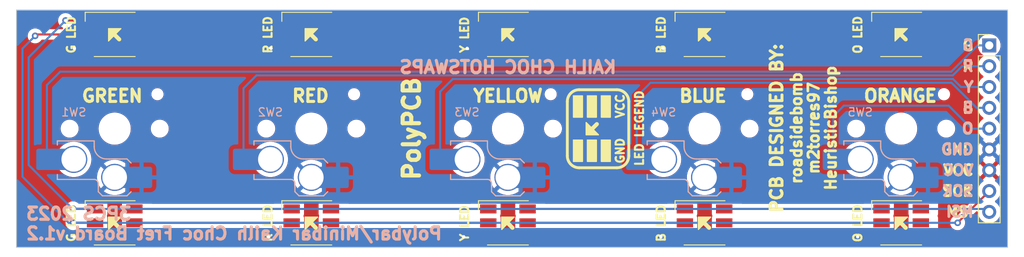
<source format=kicad_pcb>
(kicad_pcb (version 20221018) (generator pcbnew)
  (layers (0 "F.Cu" signal) (31 "B.Cu" signal) (34 "B.Paste" user) (35 "F.Paste" user) (36 "B.SilkS" user "B.Silkscreen") (37 "F.SilkS" user "F.Silkscreen") (38 "B.Mask" user) (39 "F.Mask" user) (44 "Edge.Cuts" user))
  (net 0 "")
  (net 1 "GND")
  (net 2 "Green")
  (net 3 "Red")
  (net 4 "Yellow")
  (net 5 "Blue")
  (net 6 "Orange")
  (net 7 "VCC")
  (net 8 "fret_sck")
  (net 9 "fret_mosi")
  (net 10 "Net-(L1-CO)")
  (net 11 "Net-(L1-DO)")
  (net 12 "Net-(L2-CO)")
  (net 13 "Net-(L2-DO)")
  (net 14 "Net-(L3-CO)")
  (net 15 "Net-(L3-DO)")
  (net 16 "Net-(L4-CO)")
  (net 17 "Net-(L4-DO)")
  (net 20 "Net-(U1-CO)")
  (net 21 "Net-(U1-DO)")
  (net 22 "Net-(U2-CO)")
  (net 23 "Net-(U2-DO)")
  (net 24 "Net-(U3-CO)")
  (net 25 "Net-(U3-DO)")
  (net 26 "Net-(U4-CO)")
  (net 27 "Net-(U4-DO)")
  (footprint "LED_SMD:LED_RGB_5050-6" (layer "F.Cu") (at 170 101.5)
    (fp_text reference "L5" hide)
    (fp_text value "orange_fret_led")
    (fp_line (start -3.6 -2.7) (end 2.5 -2.7) (stroke (width 0.12)) (layer "F.SilkS"))
    (fp_line (start -3.6 -1.6) (end -3.6 -2.7) (stroke (width 0.12)) (layer "F.SilkS"))
    (fp_line (start 2.5 2.7) (end -2.5 2.7) (stroke (width 0.12)) (layer "F.SilkS"))
    (pad "1" smd rect (at -2.4 -1.7 90) (size 1.1 2) (layers "F.Cu" "F.Paste" "F.Mask") (net 17 "Net-(L4-DO)"))
    (pad "2" smd rect (at -2.4 0 90) (size 1.1 2) (layers "F.Cu" "F.Paste" "F.Mask") (net 16 "Net-(L4-CO)"))
    (pad "3" smd rect (at -2.4 1.7 90) (size 1.1 2) (layers "F.Cu" "F.Paste" "F.Mask") (net 1 "GND"))
    (pad "4" smd rect (at 2.4 1.7 90) (size 1.1 2) (layers "F.Cu" "F.Paste" "F.Mask") (net 7 "VCC"))
    (pad "5" smd rect (at 2.4 0 90) (size 1.1 2) (layers "F.Cu" "F.Paste" "F.Mask"))
    (pad "6" smd rect (at 2.4 -1.7 90) (size 1.1 2) (layers "F.Cu" "F.Paste" "F.Mask"))
  )
  (footprint "LED_SMD:LED_RGB_5050-6" (layer "F.Cu") (at 98 101.5)
    (fp_text reference "L2" hide)
    (fp_text value "red_fret_led")
    (fp_line (start -3.6 -2.7) (end 2.5 -2.7) (stroke (width 0.12)) (layer "F.SilkS"))
    (fp_line (start -3.6 -1.6) (end -3.6 -2.7) (stroke (width 0.12)) (layer "F.SilkS"))
    (fp_line (start 2.5 2.7) (end -2.5 2.7) (stroke (width 0.12)) (layer "F.SilkS"))
    (pad "1" smd rect (at -2.4 -1.7 90) (size 1.1 2) (layers "F.Cu" "F.Paste" "F.Mask") (net 11 "Net-(L1-DO)"))
    (pad "2" smd rect (at -2.4 0 90) (size 1.1 2) (layers "F.Cu" "F.Paste" "F.Mask") (net 10 "Net-(L1-CO)"))
    (pad "3" smd rect (at -2.4 1.7 90) (size 1.1 2) (layers "F.Cu" "F.Paste" "F.Mask") (net 1 "GND"))
    (pad "4" smd rect (at 2.4 1.7 90) (size 1.1 2) (layers "F.Cu" "F.Paste" "F.Mask") (net 7 "VCC"))
    (pad "5" smd rect (at 2.4 0 90) (size 1.1 2) (layers "F.Cu" "F.Paste" "F.Mask") (net 12 "Net-(L2-CO)"))
    (pad "6" smd rect (at 2.4 -1.7 90) (size 1.1 2) (layers "F.Cu" "F.Paste" "F.Mask") (net 13 "Net-(L2-DO)"))
  )
  (footprint "LED_SMD:LED_RGB_5050-6" (layer "F.Cu") (at 122 101.5)
    (fp_text reference "L3" hide)
    (fp_text value "yellow_fret_led")
    (fp_line (start -3.6 -2.7) (end 2.5 -2.7) (stroke (width 0.12)) (layer "F.SilkS"))
    (fp_line (start -3.6 -1.6) (end -3.6 -2.7) (stroke (width 0.12)) (layer "F.SilkS"))
    (fp_line (start 2.5 2.7) (end -2.5 2.7) (stroke (width 0.12)) (layer "F.SilkS"))
    (pad "1" smd rect (at -2.4 -1.7 90) (size 1.1 2) (layers "F.Cu" "F.Paste" "F.Mask") (net 13 "Net-(L2-DO)"))
    (pad "2" smd rect (at -2.4 0 90) (size 1.1 2) (layers "F.Cu" "F.Paste" "F.Mask") (net 12 "Net-(L2-CO)"))
    (pad "3" smd rect (at -2.4 1.7 90) (size 1.1 2) (layers "F.Cu" "F.Paste" "F.Mask") (net 1 "GND"))
    (pad "4" smd rect (at 2.4 1.7 90) (size 1.1 2) (layers "F.Cu" "F.Paste" "F.Mask") (net 7 "VCC"))
    (pad "5" smd rect (at 2.4 0 90) (size 1.1 2) (layers "F.Cu" "F.Paste" "F.Mask") (net 14 "Net-(L3-CO)"))
    (pad "6" smd rect (at 2.4 -1.7 90) (size 1.1 2) (layers "F.Cu" "F.Paste" "F.Mask") (net 15 "Net-(L3-DO)"))
  )
  (footprint "LED_SMD:LED_RGB_5050-6" (layer "F.Cu") (at 146 101.5)
    (fp_text reference "L4" hide)
    (fp_text value "blue_fret_led")
    (fp_line (start -3.6 -2.7) (end 2.5 -2.7) (stroke (width 0.12)) (layer "F.SilkS"))
    (fp_line (start -3.6 -1.6) (end -3.6 -2.7) (stroke (width 0.12)) (layer "F.SilkS"))
    (fp_line (start 2.5 2.7) (end -2.5 2.7) (stroke (width 0.12)) (layer "F.SilkS"))
    (pad "1" smd rect (at -2.4 -1.7 90) (size 1.1 2) (layers "F.Cu" "F.Paste" "F.Mask") (net 15 "Net-(L3-DO)"))
    (pad "2" smd rect (at -2.4 0 90) (size 1.1 2) (layers "F.Cu" "F.Paste" "F.Mask") (net 14 "Net-(L3-CO)"))
    (pad "3" smd rect (at -2.4 1.7 90) (size 1.1 2) (layers "F.Cu" "F.Paste" "F.Mask") (net 1 "GND"))
    (pad "4" smd rect (at 2.4 1.7 90) (size 1.1 2) (layers "F.Cu" "F.Paste" "F.Mask") (net 7 "VCC"))
    (pad "5" smd rect (at 2.4 0 90) (size 1.1 2) (layers "F.Cu" "F.Paste" "F.Mask") (net 16 "Net-(L4-CO)"))
    (pad "6" smd rect (at 2.4 -1.7 90) (size 1.1 2) (layers "F.Cu" "F.Paste" "F.Mask") (net 17 "Net-(L4-DO)"))
  )
  (footprint "Minibar:Kailh_Hotswap_Choc" (layer "F.Cu") (at 146 90)
    (fp_text reference "SW4" (at -5 -2) (layer "B.SilkS") (effects (justify mirror)))
    (fp_text value "SW_HS")
    (fp_line (start -7 1.5) (end -7 2) (stroke (width 0.15)) (layer "B.SilkS"))
    (fp_line (start -7 5.6) (end -7 6.2) (stroke (width 0.15)) (layer "B.SilkS"))
    (fp_line (start -7 6.2) (end -2.5 6.2) (stroke (width 0.15)) (layer "B.SilkS"))
    (fp_line (start -2.5 1.5) (end -7 1.5) (stroke (width 0.15)) (layer "B.SilkS"))
    (fp_line (start -2.5 2.2) (end -2.5 1.5) (stroke (width 0.15)) (layer "B.SilkS"))
    (fp_line (start -2 6.7) (end -2 7.7) (stroke (width 0.15)) (layer "B.SilkS"))
    (fp_line (start -1.5 8.2) (end -2 7.7) (stroke (width 0.15)) (layer "B.SilkS"))
    (fp_line (start 1.5 3.7) (end -1 3.7) (stroke (width 0.15)) (layer "B.SilkS"))
    (fp_line (start 1.5 8.2) (end -1.5 8.2) (stroke (width 0.15)) (layer "B.SilkS"))
    (fp_line (start 2 4.2) (end 1.5 3.7) (stroke (width 0.15)) (layer "B.SilkS"))
    (fp_line (start 2 7.7) (end 1.5 8.2) (stroke (width 0.15)) (layer "B.SilkS"))
    (fp_arc (start -2.5 6.2) (mid -2.146447 6.346447) (end -2 6.7) (stroke (width 0.15)) (layer "B.SilkS"))
    (fp_arc (start -1 3.7) (mid -2.06066 3.26066) (end -2.5 2.2) (stroke (width 0.15)) (layer "B.SilkS"))
    (pad "" np_thru_hole circle (at -5.5 0) (size 1.7018 1.7018) (drill 1.7018) (layers "*.Cu" "*.Mask"))
    (pad "" np_thru_hole circle (at 0 0) (size 3.429 3.429) (drill 3.429) (layers "*.Cu" "*.Mask"))
    (pad "" np_thru_hole circle (at 5.22 -4.2) (size 0.9906 0.9906) (drill 0.9906) (layers "*.Cu" "*.Mask"))
    (pad "" np_thru_hole circle (at 5.5 0) (size 1.7018 1.7018) (drill 1.7018) (layers "*.Cu" "*.Mask"))
    (pad "1" thru_hole circle (at 0 5.95) (size 3.3 3.3) (drill 3) (layers "*.Cu" "*.Mask") (net 1 "GND"))
    (pad "1" smd rect (at 1.5475 5.95 180) (size 2.145 2.6) (layers "B.Cu") (net 1 "GND"))
    (pad "1" smd roundrect (at 3.275 5.95 180) (size 2.6 2.6) (layers "B.Cu" "B.Paste" "B.Mask") (roundrect_rratio 0.1) (net 1 "GND"))
    (pad "2" smd roundrect (at -8.275 3.75) (size 2.6 2.6) (layers "B.Cu" "B.Paste" "B.Mask") (roundrect_rratio 0.1) (net 5 "Blue"))
    (pad "2" smd rect (at -6.5475 3.75) (size 2.145 2.6) (layers "B.Cu") (net 5 "Blue"))
    (pad "2" thru_hole circle (at -5 3.75) (size 3.3 3.3) (drill 3) (layers "*.Cu" "*.Mask") (net 5 "Blue"))
  )
  (footprint "LED_SMD:LED_RGB_5050-6" (layer "F.Cu") (at 98 78.5)
    (fp_text reference "U2" hide)
    (fp_text value "red_fret_led")
    (fp_line (start -3.6 -2.7) (end 2.5 -2.7) (stroke (width 0.12)) (layer "F.SilkS"))
    (fp_line (start -3.6 -1.6) (end -3.6 -2.7) (stroke (width 0.12)) (layer "F.SilkS"))
    (fp_line (start 2.5 2.7) (end -2.5 2.7) (stroke (width 0.12)) (layer "F.SilkS"))
    (pad "1" smd rect (at -2.4 -1.7 90) (size 1.1 2) (layers "F.Cu" "F.Paste" "F.Mask") (net 21 "Net-(U1-DO)"))
    (pad "2" smd rect (at -2.4 0 90) (size 1.1 2) (layers "F.Cu" "F.Paste" "F.Mask") (net 20 "Net-(U1-CO)"))
    (pad "3" smd rect (at -2.4 1.7 90) (size 1.1 2) (layers "F.Cu" "F.Paste" "F.Mask") (net 1 "GND"))
    (pad "4" smd rect (at 2.4 1.7 90) (size 1.1 2) (layers "F.Cu" "F.Paste" "F.Mask") (net 7 "VCC"))
    (pad "5" smd rect (at 2.4 0 90) (size 1.1 2) (layers "F.Cu" "F.Paste" "F.Mask") (net 22 "Net-(U2-CO)"))
    (pad "6" smd rect (at 2.4 -1.7 90) (size 1.1 2) (layers "F.Cu" "F.Paste" "F.Mask") (net 23 "Net-(U2-DO)"))
  )
  (footprint "LED_SMD:LED_RGB_5050-6" (layer "F.Cu") (at 74 101.5)
    (fp_text reference "L1" hide)
    (fp_text value "green_fret_led")
    (fp_line (start -3.6 -2.7) (end 2.5 -2.7) (stroke (width 0.12)) (layer "F.SilkS"))
    (fp_line (start -3.6 -1.6) (end -3.6 -2.7) (stroke (width 0.12)) (layer "F.SilkS"))
    (fp_line (start 2.5 2.7) (end -2.5 2.7) (stroke (width 0.12)) (layer "F.SilkS"))
    (pad "1" smd rect (at -2.4 -1.7 90) (size 1.1 2) (layers "F.Cu" "F.Paste" "F.Mask") (net 9 "fret_mosi"))
    (pad "2" smd rect (at -2.4 0 90) (size 1.1 2) (layers "F.Cu" "F.Paste" "F.Mask") (net 8 "fret_sck"))
    (pad "3" smd rect (at -2.4 1.7 90) (size 1.1 2) (layers "F.Cu" "F.Paste" "F.Mask") (net 1 "GND"))
    (pad "4" smd rect (at 2.4 1.7 90) (size 1.1 2) (layers "F.Cu" "F.Paste" "F.Mask") (net 7 "VCC"))
    (pad "5" smd rect (at 2.4 0 90) (size 1.1 2) (layers "F.Cu" "F.Paste" "F.Mask") (net 10 "Net-(L1-CO)"))
    (pad "6" smd rect (at 2.4 -1.7 90) (size 1.1 2) (layers "F.Cu" "F.Paste" "F.Mask") (net 11 "Net-(L1-DO)"))
  )
  (footprint "LED_SMD:LED_RGB_5050-6" (layer "F.Cu") (at 146 78.5)
    (fp_text reference "U4" hide)
    (fp_text value "blue_fret_led")
    (fp_line (start -3.6 -2.7) (end 2.5 -2.7) (stroke (width 0.12)) (layer "F.SilkS"))
    (fp_line (start -3.6 -1.6) (end -3.6 -2.7) (stroke (width 0.12)) (layer "F.SilkS"))
    (fp_line (start 2.5 2.7) (end -2.5 2.7) (stroke (width 0.12)) (layer "F.SilkS"))
    (pad "1" smd rect (at -2.4 -1.7 90) (size 1.1 2) (layers "F.Cu" "F.Paste" "F.Mask") (net 25 "Net-(U3-DO)"))
    (pad "2" smd rect (at -2.4 0 90) (size 1.1 2) (layers "F.Cu" "F.Paste" "F.Mask") (net 24 "Net-(U3-CO)"))
    (pad "3" smd rect (at -2.4 1.7 90) (size 1.1 2) (layers "F.Cu" "F.Paste" "F.Mask") (net 1 "GND"))
    (pad "4" smd rect (at 2.4 1.7 90) (size 1.1 2) (layers "F.Cu" "F.Paste" "F.Mask") (net 7 "VCC"))
    (pad "5" smd rect (at 2.4 0 90) (size 1.1 2) (layers "F.Cu" "F.Paste" "F.Mask") (net 26 "Net-(U4-CO)"))
    (pad "6" smd rect (at 2.4 -1.7 90) (size 1.1 2) (layers "F.Cu" "F.Paste" "F.Mask") (net 27 "Net-(U4-DO)"))
  )
  (footprint "LED_SMD:LED_RGB_5050-6" (layer "F.Cu") (at 170 78.5)
    (fp_text reference "U5" hide)
    (fp_text value "orange_fret_led")
    (fp_line (start -3.6 -2.7) (end 2.5 -2.7) (stroke (width 0.12)) (layer "F.SilkS"))
    (fp_line (start -3.6 -1.6) (end -3.6 -2.7) (stroke (width 0.12)) (layer "F.SilkS"))
    (fp_line (start 2.5 2.7) (end -2.5 2.7) (stroke (width 0.12)) (layer "F.SilkS"))
    (pad "1" smd rect (at -2.4 -1.7 90) (size 1.1 2) (layers "F.Cu" "F.Paste" "F.Mask") (net 27 "Net-(U4-DO)"))
    (pad "2" smd rect (at -2.4 0 90) (size 1.1 2) (layers "F.Cu" "F.Paste" "F.Mask") (net 26 "Net-(U4-CO)"))
    (pad "3" smd rect (at -2.4 1.7 90) (size 1.1 2) (layers "F.Cu" "F.Paste" "F.Mask") (net 1 "GND"))
    (pad "4" smd rect (at 2.4 1.7 90) (size 1.1 2) (layers "F.Cu" "F.Paste" "F.Mask") (net 7 "VCC"))
    (pad "5" smd rect (at 2.4 0 90) (size 1.1 2) (layers "F.Cu" "F.Paste" "F.Mask"))
    (pad "6" smd rect (at 2.4 -1.7 90) (size 1.1 2) (layers "F.Cu" "F.Paste" "F.Mask"))
  )
  (footprint "LED_SMD:LED_RGB_5050-6" (layer "F.Cu") (at 74 78.5)
    (fp_text reference "U1" hide)
    (fp_text value "green_fret_led")
    (fp_line (start -3.6 -2.7) (end 2.5 -2.7) (stroke (width 0.12)) (layer "F.SilkS"))
    (fp_line (start -3.6 -1.6) (end -3.6 -2.7) (stroke (width 0.12)) (layer "F.SilkS"))
    (fp_line (start 2.5 2.7) (end -2.5 2.7) (stroke (width 0.12)) (layer "F.SilkS"))
    (pad "1" smd rect (at -2.4 -1.7 90) (size 1.1 2) (layers "F.Cu" "F.Paste" "F.Mask") (net 9 "fret_mosi"))
    (pad "2" smd rect (at -2.4 0 90) (size 1.1 2) (layers "F.Cu" "F.Paste" "F.Mask") (net 8 "fret_sck"))
    (pad "3" smd rect (at -2.4 1.7 90) (size 1.1 2) (layers "F.Cu" "F.Paste" "F.Mask") (net 1 "GND"))
    (pad "4" smd rect (at 2.4 1.7 90) (size 1.1 2) (layers "F.Cu" "F.Paste" "F.Mask") (net 7 "VCC"))
    (pad "5" smd rect (at 2.4 0 90) (size 1.1 2) (layers "F.Cu" "F.Paste" "F.Mask") (net 20 "Net-(U1-CO)"))
    (pad "6" smd rect (at 2.4 -1.7 90) (size 1.1 2) (layers "F.Cu" "F.Paste" "F.Mask") (net 21 "Net-(U1-DO)"))
  )
  (footprint "Minibar:Kailh_Hotswap_Choc" (layer "F.Cu") (at 122 90)
    (fp_text reference "SW3" (at -5 -2) (layer "B.SilkS") (effects (justify mirror)))
    (fp_text value "SW_HS")
    (fp_line (start -7 1.5) (end -7 2) (stroke (width 0.15)) (layer "B.SilkS"))
    (fp_line (start -7 5.6) (end -7 6.2) (stroke (width 0.15)) (layer "B.SilkS"))
    (fp_line (start -7 6.2) (end -2.5 6.2) (stroke (width 0.15)) (layer "B.SilkS"))
    (fp_line (start -2.5 1.5) (end -7 1.5) (stroke (width 0.15)) (layer "B.SilkS"))
    (fp_line (start -2.5 2.2) (end -2.5 1.5) (stroke (width 0.15)) (layer "B.SilkS"))
    (fp_line (start -2 6.7) (end -2 7.7) (stroke (width 0.15)) (layer "B.SilkS"))
    (fp_line (start -1.5 8.2) (end -2 7.7) (stroke (width 0.15)) (layer "B.SilkS"))
    (fp_line (start 1.5 3.7) (end -1 3.7) (stroke (width 0.15)) (layer "B.SilkS"))
    (fp_line (start 1.5 8.2) (end -1.5 8.2) (stroke (width 0.15)) (layer "B.SilkS"))
    (fp_line (start 2 4.2) (end 1.5 3.7) (stroke (width 0.15)) (layer "B.SilkS"))
    (fp_line (start 2 7.7) (end 1.5 8.2) (stroke (width 0.15)) (layer "B.SilkS"))
    (fp_arc (start -2.5 6.2) (mid -2.146447 6.346447) (end -2 6.7) (stroke (width 0.15)) (layer "B.SilkS"))
    (fp_arc (start -1 3.7) (mid -2.06066 3.26066) (end -2.5 2.2) (stroke (width 0.15)) (layer "B.SilkS"))
    (pad "" np_thru_hole circle (at -5.5 0) (size 1.7018 1.7018) (drill 1.7018) (layers "*.Cu" "*.Mask"))
    (pad "" np_thru_hole circle (at 0 0) (size 3.429 3.429) (drill 3.429) (layers "*.Cu" "*.Mask"))
    (pad "" np_thru_hole circle (at 5.22 -4.2) (size 0.9906 0.9906) (drill 0.9906) (layers "*.Cu" "*.Mask"))
    (pad "" np_thru_hole circle (at 5.5 0) (size 1.7018 1.7018) (drill 1.7018) (layers "*.Cu" "*.Mask"))
    (pad "1" thru_hole circle (at 0 5.95) (size 3.3 3.3) (drill 3) (layers "*.Cu" "*.Mask") (net 1 "GND"))
    (pad "1" smd rect (at 1.5475 5.95 180) (size 2.145 2.6) (layers "B.Cu") (net 1 "GND"))
    (pad "1" smd roundrect (at 3.275 5.95 180) (size 2.6 2.6) (layers "B.Cu" "B.Paste" "B.Mask") (roundrect_rratio 0.1) (net 1 "GND"))
    (pad "2" smd roundrect (at -8.275 3.75) (size 2.6 2.6) (layers "B.Cu" "B.Paste" "B.Mask") (roundrect_rratio 0.1) (net 4 "Yellow"))
    (pad "2" smd rect (at -6.5475 3.75) (size 2.145 2.6) (layers "B.Cu") (net 4 "Yellow"))
    (pad "2" thru_hole circle (at -5 3.75) (size 3.3 3.3) (drill 3) (layers "*.Cu" "*.Mask") (net 4 "Yellow"))
  )
  (footprint "Minibar:Kailh_Hotswap_Choc" (layer "F.Cu") (at 74 90)
    (fp_text reference "SW1" (at -5 -2) (layer "B.SilkS") (effects (justify mirror)))
    (fp_text value "SW_HS")
    (fp_line (start -7 1.5) (end -7 2) (stroke (width 0.15)) (layer "B.SilkS"))
    (fp_line (start -7 5.6) (end -7 6.2) (stroke (width 0.15)) (layer "B.SilkS"))
    (fp_line (start -7 6.2) (end -2.5 6.2) (stroke (width 0.15)) (layer "B.SilkS"))
    (fp_line (start -2.5 1.5) (end -7 1.5) (stroke (width 0.15)) (layer "B.SilkS"))
    (fp_line (start -2.5 2.2) (end -2.5 1.5) (stroke (width 0.15)) (layer "B.SilkS"))
    (fp_line (start -2 6.7) (end -2 7.7) (stroke (width 0.15)) (layer "B.SilkS"))
    (fp_line (start -1.5 8.2) (end -2 7.7) (stroke (width 0.15)) (layer "B.SilkS"))
    (fp_line (start 1.5 3.7) (end -1 3.7) (stroke (width 0.15)) (layer "B.SilkS"))
    (fp_line (start 1.5 8.2) (end -1.5 8.2) (stroke (width 0.15)) (layer "B.SilkS"))
    (fp_line (start 2 4.2) (end 1.5 3.7) (stroke (width 0.15)) (layer "B.SilkS"))
    (fp_line (start 2 7.7) (end 1.5 8.2) (stroke (width 0.15)) (layer "B.SilkS"))
    (fp_arc (start -2.5 6.2) (mid -2.146447 6.346447) (end -2 6.7) (stroke (width 0.15)) (layer "B.SilkS"))
    (fp_arc (start -1 3.7) (mid -2.06066 3.26066) (end -2.5 2.2) (stroke (width 0.15)) (layer "B.SilkS"))
    (pad "" np_thru_hole circle (at -5.5 0) (size 1.7018 1.7018) (drill 1.7018) (layers "*.Cu" "*.Mask"))
    (pad "" np_thru_hole circle (at 0 0) (size 3.429 3.429) (drill 3.429) (layers "*.Cu" "*.Mask"))
    (pad "" np_thru_hole circle (at 5.22 -4.2) (size 0.9906 0.9906) (drill 0.9906) (layers "*.Cu" "*.Mask"))
    (pad "" np_thru_hole circle (at 5.5 0) (size 1.7018 1.7018) (drill 1.7018) (layers "*.Cu" "*.Mask"))
    (pad "1" thru_hole circle (at 0 5.95) (size 3.3 3.3) (drill 3) (layers "*.Cu" "*.Mask") (net 1 "GND"))
    (pad "1" smd rect (at 1.5475 5.95 180) (size 2.145 2.6) (layers "B.Cu") (net 1 "GND"))
    (pad "1" smd roundrect (at 3.275 5.95 180) (size 2.6 2.6) (layers "B.Cu" "B.Paste" "B.Mask") (roundrect_rratio 0.1) (net 1 "GND"))
    (pad "2" smd roundrect (at -8.275 3.75) (size 2.6 2.6) (layers "B.Cu" "B.Paste" "B.Mask") (roundrect_rratio 0.1) (net 2 "Green"))
    (pad "2" smd rect (at -6.5475 3.75) (size 2.145 2.6) (layers "B.Cu") (net 2 "Green"))
    (pad "2" thru_hole circle (at -5 3.75) (size 3.3 3.3) (drill 3) (layers "*.Cu" "*.Mask") (net 2 "Green"))
  )
  (footprint "Minibar:Kailh_Hotswap_Choc" (layer "F.Cu") (at 98 90)
    (fp_text reference "SW2" (at -5 -2) (layer "B.SilkS") (effects (justify mirror)))
    (fp_text value "SW_HS")
    (fp_line (start -7 1.5) (end -7 2) (stroke (width 0.15)) (layer "B.SilkS"))
    (fp_line (start -7 5.6) (end -7 6.2) (stroke (width 0.15)) (layer "B.SilkS"))
    (fp_line (start -7 6.2) (end -2.5 6.2) (stroke (width 0.15)) (layer "B.SilkS"))
    (fp_line (start -2.5 1.5) (end -7 1.5) (stroke (width 0.15)) (layer "B.SilkS"))
    (fp_line (start -2.5 2.2) (end -2.5 1.5) (stroke (width 0.15)) (layer "B.SilkS"))
    (fp_line (start -2 6.7) (end -2 7.7) (stroke (width 0.15)) (layer "B.SilkS"))
    (fp_line (start -1.5 8.2) (end -2 7.7) (stroke (width 0.15)) (layer "B.SilkS"))
    (fp_line (start 1.5 3.7) (end -1 3.7) (stroke (width 0.15)) (layer "B.SilkS"))
    (fp_line (start 1.5 8.2) (end -1.5 8.2) (stroke (width 0.15)) (layer "B.SilkS"))
    (fp_line (start 2 4.2) (end 1.5 3.7) (stroke (width 0.15)) (layer "B.SilkS"))
    (fp_line (start 2 7.7) (end 1.5 8.2) (stroke (width 0.15)) (layer "B.SilkS"))
    (fp_arc (start -2.5 6.2) (mid -2.146447 6.346447) (end -2 6.7) (stroke (width 0.15)) (layer "B.SilkS"))
    (fp_arc (start -1 3.7) (mid -2.06066 3.26066) (end -2.5 2.2) (stroke (width 0.15)) (layer "B.SilkS"))
    (pad "" np_thru_hole circle (at -5.5 0) (size 1.7018 1.7018) (drill 1.7018) (layers "*.Cu" "*.Mask"))
    (pad "" np_thru_hole circle (at 0 0) (size 3.429 3.429) (drill 3.429) (layers "*.Cu" "*.Mask"))
    (pad "" np_thru_hole circle (at 5.22 -4.2) (size 0.9906 0.9906) (drill 0.9906) (layers "*.Cu" "*.Mask"))
    (pad "" np_thru_hole circle (at 5.5 0) (size 1.7018 1.7018) (drill 1.7018) (layers "*.Cu" "*.Mask"))
    (pad "1" thru_hole circle (at 0 5.95) (size 3.3 3.3) (drill 3) (layers "*.Cu" "*.Mask") (net 1 "GND"))
    (pad "1" smd rect (at 1.5475 5.95 180) (size 2.145 2.6) (layers "B.Cu") (net 1 "GND"))
    (pad "1" smd roundrect (at 3.275 5.95 180) (size 2.6 2.6) (layers "B.Cu" "B.Paste" "B.Mask") (roundrect_rratio 0.1) (net 1 "GND"))
    (pad "2" smd roundrect (at -8.275 3.75) (size 2.6 2.6) (layers "B.Cu" "B.Paste" "B.Mask") (roundrect_rratio 0.1) (net 3 "Red"))
    (pad "2" smd rect (at -6.5475 3.75) (size 2.145 2.6) (layers "B.Cu") (net 3 "Red"))
    (pad "2" thru_hole circle (at -5 3.75) (size 3.3 3.3) (drill 3) (layers "*.Cu" "*.Mask") (net 3 "Red"))
  )
  (footprint "LED_SMD:LED_RGB_5050-6" (layer "F.Cu") (at 122 78.5)
    (fp_text reference "U3" hide)
    (fp_text value "yellow_fret_led")
    (fp_line (start -3.6 -2.7) (end 2.5 -2.7) (stroke (width 0.12)) (layer "F.SilkS"))
    (fp_line (start -3.6 -1.6) (end -3.6 -2.7) (stroke (width 0.12)) (layer "F.SilkS"))
    (fp_line (start 2.5 2.7) (end -2.5 2.7) (stroke (width 0.12)) (layer "F.SilkS"))
    (pad "1" smd rect (at -2.4 -1.7 90) (size 1.1 2) (layers "F.Cu" "F.Paste" "F.Mask") (net 23 "Net-(U2-DO)"))
    (pad "2" smd rect (at -2.4 0 90) (size 1.1 2) (layers "F.Cu" "F.Paste" "F.Mask") (net 22 "Net-(U2-CO)"))
    (pad "3" smd rect (at -2.4 1.7 90) (size 1.1 2) (layers "F.Cu" "F.Paste" "F.Mask") (net 1 "GND"))
    (pad "4" smd rect (at 2.4 1.7 90) (size 1.1 2) (layers "F.Cu" "F.Paste" "F.Mask") (net 7 "VCC"))
    (pad "5" smd rect (at 2.4 0 90) (size 1.1 2) (layers "F.Cu" "F.Paste" "F.Mask") (net 24 "Net-(U3-CO)"))
    (pad "6" smd rect (at 2.4 -1.7 90) (size 1.1 2) (layers "F.Cu" "F.Paste" "F.Mask") (net 25 "Net-(U3-DO)"))
  )
  (footprint "Minibar:Kailh_Hotswap_Choc" (layer "F.Cu") (at 170 90)
    (fp_text reference "SW5" (at -5 -2) (layer "B.SilkS") (effects (justify mirror)))
    (fp_text value "SW_HS")
    (fp_line (start -7 1.5) (end -7 2) (stroke (width 0.15)) (layer "B.SilkS"))
    (fp_line (start -7 5.6) (end -7 6.2) (stroke (width 0.15)) (layer "B.SilkS"))
    (fp_line (start -7 6.2) (end -2.5 6.2) (stroke (width 0.15)) (layer "B.SilkS"))
    (fp_line (start -2.5 1.5) (end -7 1.5) (stroke (width 0.15)) (layer "B.SilkS"))
    (fp_line (start -2.5 2.2) (end -2.5 1.5) (stroke (width 0.15)) (layer "B.SilkS"))
    (fp_line (start -2 6.7) (end -2 7.7) (stroke (width 0.15)) (layer "B.SilkS"))
    (fp_line (start -1.5 8.2) (end -2 7.7) (stroke (width 0.15)) (layer "B.SilkS"))
    (fp_line (start 1.5 3.7) (end -1 3.7) (stroke (width 0.15)) (layer "B.SilkS"))
    (fp_line (start 1.5 8.2) (end -1.5 8.2) (stroke (width 0.15)) (layer "B.SilkS"))
    (fp_line (start 2 4.2) (end 1.5 3.7) (stroke (width 0.15)) (layer "B.SilkS"))
    (fp_line (start 2 7.7) (end 1.5 8.2) (stroke (width 0.15)) (layer "B.SilkS"))
    (fp_arc (start -2.5 6.2) (mid -2.146447 6.346447) (end -2 6.7) (stroke (width 0.15)) (layer "B.SilkS"))
    (fp_arc (start -1 3.7) (mid -2.06066 3.26066) (end -2.5 2.2) (stroke (width 0.15)) (layer "B.SilkS"))
    (pad "" np_thru_hole circle (at -5.5 0) (size 1.7018 1.7018) (drill 1.7018) (layers "*.Cu" "*.Mask"))
    (pad "" np_thru_hole circle (at 0 0) (size 3.429 3.429) (drill 3.429) (layers "*.Cu" "*.Mask"))
    (pad "" np_thru_hole circle (at 5.22 -4.2) (size 0.9906 0.9906) (drill 0.9906) (layers "*.Cu" "*.Mask"))
    (pad "" np_thru_hole circle (at 5.5 0) (size 1.7018 1.7018) (drill 1.7018) (layers "*.Cu" "*.Mask"))
    (pad "1" thru_hole circle (at 0 5.95) (size 3.3 3.3) (drill 3) (layers "*.Cu" "*.Mask") (net 1 "GND"))
    (pad "1" smd rect (at 1.5475 5.95 180) (size 2.145 2.6) (layers "B.Cu") (net 1 "GND"))
    (pad "1" smd roundrect (at 3.275 5.95 180) (size 2.6 2.6) (layers "B.Cu" "B.Paste" "B.Mask") (roundrect_rratio 0.1) (net 1 "GND"))
    (pad "2" smd roundrect (at -8.275 3.75) (size 2.6 2.6) (layers "B.Cu" "B.Paste" "B.Mask") (roundrect_rratio 0.1) (net 6 "Orange"))
    (pad "2" smd rect (at -6.5475 3.75) (size 2.145 2.6) (layers "B.Cu") (net 6 "Orange"))
    (pad "2" thru_hole circle (at -5 3.75) (size 3.3 3.3) (drill 3) (layers "*.Cu" "*.Mask") (net 6 "Orange"))
  )
  (footprint "Connector_PinHeader_2.54mm:PinHeader_1x09_P2.54mm_Vertical" (layer "F.Cu") (at 180.75 79.84)
    (fp_text reference "J1" hide)
    (fp_text value "Conn_01x09_Pin" hide)
    (fp_line (start -1.33 -1.33) (end 0 -1.33) (stroke (width 0.12)) (layer "F.SilkS"))
    (fp_line (start -1.33 0) (end -1.33 -1.33) (stroke (width 0.12)) (layer "F.SilkS"))
    (fp_line (start -1.33 1.27) (end -1.33 21.65) (stroke (width 0.12)) (layer "F.SilkS"))
    (fp_line (start -1.33 1.27) (end 1.33 1.27) (stroke (width 0.12)) (layer "F.SilkS"))
    (fp_line (start -1.33 21.65) (end 1.33 21.65) (stroke (width 0.12)) (layer "F.SilkS"))
    (fp_line (start 1.33 1.27) (end 1.33 21.65) (stroke (width 0.12)) (layer "F.SilkS"))
    (pad "1" thru_hole rect (at 0 0) (size 1.7 1.7) (drill 1) (layers "*.Cu" "*.Mask") (net 2 "Green"))
    (pad "2" thru_hole oval (at 0 2.54) (size 1.7 1.7) (drill 1) (layers "*.Cu" "*.Mask") (net 3 "Red"))
    (pad "3" thru_hole oval (at 0 5.08) (size 1.7 1.7) (drill 1) (layers "*.Cu" "*.Mask") (net 4 "Yellow"))
    (pad "4" thru_hole oval (at 0 7.62) (size 1.7 1.7) (drill 1) (layers "*.Cu" "*.Mask") (net 5 "Blue"))
    (pad "5" thru_hole oval (at 0 10.16) (size 1.7 1.7) (drill 1) (layers "*.Cu" "*.Mask") (net 6 "Orange"))
    (pad "6" thru_hole oval (at 0 12.7) (size 1.7 1.7) (drill 1) (layers "*.Cu" "*.Mask") (net 1 "GND"))
    (pad "7" thru_hole oval (at 0 15.24) (size 1.7 1.7) (drill 1) (layers "*.Cu" "*.Mask") (net 7 "VCC"))
    (pad "8" thru_hole oval (at 0 17.78) (size 1.7 1.7) (drill 1) (layers "*.Cu" "*.Mask") (net 8 "fret_sck"))
    (pad "9" thru_hole oval (at 0 20.32) (size 1.7 1.7) (drill 1) (layers "*.Cu" "*.Mask") (net 9 "fret_mosi"))
  )
  (gr_line (start 145.25 100.8) (end 146.75 100.8) (stroke (width 0.12)) (layer "F.SilkS"))
  (gr_poly (pts (xy 169.25 102.3) (xy 169.25 100.8) (xy 170.75 100.8)) (stroke (width 0.12)) (fill solid) (layer "F.SilkS"))
  (gr_line (start 169.25 77.8) (end 170.75 77.8) (stroke (width 0.12)) (layer "F.SilkS"))
  (gr_poly (pts (xy 97.25 79.3) (xy 97.25 77.8) (xy 98.75 77.8)) (stroke (width 0.12)) (fill solid) (layer "F.SilkS"))
  (gr_poly (pts (xy 133.05 90.75) (xy 131.55 90.75) (xy 131.55 89.25)) (stroke (width 0.12)) (fill solid) (layer "F.SilkS"))
  (gr_line (start 169.25 100.8) (end 170.75 100.8) (stroke (width 0.12)) (layer "F.SilkS"))
  (gr_line (start 121.875 78.425) (end 122.55 79.1) (stroke (width 0.5)) (layer "F.SilkS"))
  (gr_line (start 121.25 77.8) (end 122.75 77.8) (stroke (width 0.12)) (layer "F.SilkS"))
  (gr_line (start 130.7 85.25) (end 135.3 85.25) (stroke (width 0.35)) (layer "F.SilkS"))
  (gr_line (start 73.25 102.3) (end 73.25 100.8) (stroke (width 0.12)) (layer "F.SilkS"))
  (gr_line (start 131.55 89.25) (end 133.05 90.75) (stroke (width 0.12)) (layer "F.SilkS"))
  (gr_rect (start 130 91.4) (end 131.1 94) (stroke (width 0.15)) (fill solid) (layer "F.SilkS"))
  (gr_line (start 132.175 90.125) (end 132.85 89.45) (stroke (width 0.5)) (layer "F.SilkS"))
  (gr_line (start 145.25 102.3) (end 145.25 100.8) (stroke (width 0.12)) (layer "F.SilkS"))
  (gr_line (start 73.25 79.3) (end 73.25 77.8) (stroke (width 0.12)) (layer "F.SilkS"))
  (gr_line (start 169.25 102.3) (end 169.25 100.8) (stroke (width 0.12)) (layer "F.SilkS"))
  (gr_line (start 121.875 101.425) (end 122.55 102.1) (stroke (width 0.5)) (layer "F.SilkS"))
  (gr_poly (pts (xy 145.25 102.3) (xy 145.25 100.8) (xy 146.75 100.8)) (stroke (width 0.12)) (fill solid) (layer "F.SilkS"))
  (gr_line (start 73.25 100.8) (end 74.75 100.8) (stroke (width 0.12)) (layer "F.SilkS"))
  (gr_poly (pts (xy 145.25 79.3) (xy 145.25 77.8) (xy 146.75 77.8)) (stroke (width 0.12)) (fill solid) (layer "F.SilkS"))
  (gr_arc (start 135.3 85.25) (mid 136.325305 85.674695) (end 136.75 86.7) (stroke (width 0.35)) (layer "F.SilkS"))
  (gr_line (start 170.75 77.8) (end 169.25 79.3) (stroke (width 0.12)) (layer "F.SilkS"))
  (gr_poly (pts (xy 169.25 79.3) (xy 169.25 77.8) (xy 170.75 77.8)) (stroke (width 0.12)) (fill solid) (layer "F.SilkS"))
  (gr_poly (pts (xy 97.25 102.3) (xy 97.25 100.8) (xy 98.75 100.8)) (stroke (width 0.12)) (fill solid) (layer "F.SilkS"))
  (gr_line (start 145.25 77.8) (end 146.75 77.8) (stroke (width 0.12)) (layer "F.SilkS"))
  (gr_line (start 130.7 94.7754) (end 135.3 94.7754) (stroke (width 0.35)) (layer "F.SilkS"))
  (gr_line (start 74.75 100.8) (end 73.25 102.3) (stroke (width 0.12)) (layer "F.SilkS"))
  (gr_rect (start 133.4 91.4) (end 134.5 94) (stroke (width 0.15)) (fill solid) (layer "F.SilkS"))
  (gr_line (start 73.25 77.8) (end 74.75 77.8) (stroke (width 0.12)) (layer "F.SilkS"))
  (gr_line (start 145.25 79.3) (end 145.25 77.8) (stroke (width 0.12)) (layer "F.SilkS"))
  (gr_line (start 121.25 102.3) (end 121.25 100.8) (stroke (width 0.12)) (layer "F.SilkS"))
  (gr_line (start 146.75 100.8) (end 145.25 102.3) (stroke (width 0.12)) (layer "F.SilkS"))
  (gr_line (start 122.75 100.8) (end 121.25 102.3) (stroke (width 0.12)) (layer "F.SilkS"))
  (gr_line (start 74.75 77.8) (end 73.25 79.3) (stroke (width 0.12)) (layer "F.SilkS"))
  (gr_line (start 169.875 78.425) (end 170.55 79.1) (stroke (width 0.5)) (layer "F.SilkS"))
  (gr_line (start 136.75 93.3254) (end 136.75 86.7) (stroke (width 0.35)) (layer "F.SilkS"))
  (gr_line (start 121.25 79.3) (end 121.25 77.8) (stroke (width 0.12)) (layer "F.SilkS"))
  (gr_line (start 97.25 102.3) (end 97.25 100.8) (stroke (width 0.12)) (layer "F.SilkS"))
  (gr_arc (start 130.7 94.7754) (mid 129.674695 94.350705) (end 129.25 93.3254) (stroke (width 0.35)) (layer "F.SilkS"))
  (gr_rect (start 133.4 86) (end 134.5 88.6) (stroke (width 0.15)) (fill solid) (layer "F.SilkS"))
  (gr_line (start 133.05 90.75) (end 131.55 90.75) (stroke (width 0.12)) (layer "F.SilkS"))
  (gr_line (start 129.25 86.7) (end 129.25 93.3254) (stroke (width 0.35)) (layer "F.SilkS"))
  (gr_line (start 170.75 100.8) (end 169.25 102.3) (stroke (width 0.12)) (layer "F.SilkS"))
  (gr_line (start 98.75 100.8) (end 97.25 102.3) (stroke (width 0.12)) (layer "F.SilkS"))
  (gr_rect (start 131.7 86) (end 132.8 88.6) (stroke (width 0.15)) (fill solid) (layer "F.SilkS"))
  (gr_line (start 97.25 79.3) (end 97.25 77.8) (stroke (width 0.12)) (layer "F.SilkS"))
  (gr_line (start 97.875 78.425) (end 98.55 79.1) (stroke (width 0.5)) (layer "F.SilkS"))
  (gr_poly (pts (xy 121.25 79.3) (xy 121.25 77.8) (xy 122.75 77.8)) (stroke (width 0.12)) (fill solid) (layer "F.SilkS"))
  (gr_line (start 145.875 101.425) (end 146.55 102.1) (stroke (width 0.5)) (layer "F.SilkS"))
  (gr_line (start 145.875 78.425) (end 146.55 79.1) (stroke (width 0.5)) (layer "F.SilkS"))
  (gr_line (start 122.75 77.8) (end 121.25 79.3) (stroke (width 0.12)) (layer "F.SilkS"))
  (gr_poly (pts (xy 73.25 102.3) (xy 73.25 100.8) (xy 74.75 100.8)) (stroke (width 0.12)) (fill solid) (layer "F.SilkS"))
  (gr_arc (start 136.75 93.3254) (mid 136.325305 94.350705) (end 135.3 94.7754) (stroke (width 0.35)) (layer "F.SilkS"))
  (gr_line (start 169.875 101.425) (end 170.55 102.1) (stroke (width 0.5)) (layer "F.SilkS"))
  (gr_poly (pts (xy 121.25 102.3) (xy 121.25 100.8) (xy 122.75 100.8)) (stroke (width 0.12)) (fill solid) (layer "F.SilkS"))
  (gr_line (start 73.875 101.425) (end 74.55 102.1) (stroke (width 0.5)) (layer "F.SilkS"))
  (gr_line (start 169.25 79.3) (end 169.25 77.8) (stroke (width 0.12)) (layer "F.SilkS"))
  (gr_line (start 98.75 77.8) (end 97.25 79.3) (stroke (width 0.12)) (layer "F.SilkS"))
  (gr_line (start 146.75 77.8) (end 145.25 79.3) (stroke (width 0.12)) (layer "F.SilkS"))
  (gr_line (start 97.25 77.8) (end 98.75 77.8) (stroke (width 0.12)) (layer "F.SilkS"))
  (gr_rect (start 130 86) (end 131.1 88.6) (stroke (width 0.15)) (fill solid) (layer "F.SilkS"))
  (gr_line (start 97.875 101.425) (end 98.55 102.1) (stroke (width 0.5)) (layer "F.SilkS"))
  (gr_line (start 121.25 100.8) (end 122.75 100.8) (stroke (width 0.12)) (layer "F.SilkS"))
  (gr_arc (start 129.25 86.7) (mid 129.674695 85.674695) (end 130.7 85.25) (stroke (width 0.35)) (layer "F.SilkS"))
  (gr_poly (pts (xy 73.25 79.3) (xy 73.25 77.8) (xy 74.75 77.8)) (stroke (width 0.12)) (fill solid) (layer "F.SilkS"))
  (gr_line (start 73.875 78.425) (end 74.55 79.1) (stroke (width 0.5)) (layer "F.SilkS"))
  (gr_line (start 131.55 90.75) (end 131.55 89.25) (stroke (width 0.12)) (layer "F.SilkS"))
  (gr_line (start 97.25 100.8) (end 98.75 100.8) (stroke (width 0.12)) (layer "F.SilkS"))
  (gr_rect (start 131.7 91.4) (end 132.8 94) (stroke (width 0.15)) (fill solid) (layer "F.SilkS"))
  (gr_line (start 183 75.5) (end 183 104.5) (stroke (width 0.1)) (layer "Edge.Cuts"))
  (gr_line (start 62 104.5) (end 62 75.5) (stroke (width 0.1)) (layer "Edge.Cuts"))
  (gr_line (start 62 75.5) (end 183 75.5) (stroke (width 0.1)) (layer "Edge.Cuts"))
  (gr_line (start 183 104.5) (end 62 104.5) (stroke (width 0.1)) (layer "Edge.Cuts"))
  (gr_text "" (at 180.75 97.62) (layer "B.SilkS") (effects (font (size 1.27 1.27)) (justify mirror)))
  (gr_text "" (at 180.75 92.54) (layer "B.SilkS") (effects (font (size 1.27 1.27)) (justify mirror)))
  (gr_text "" (at 180.75 100.16) (layer "B.SilkS") (effects (font (size 1.27 1.27)) (justify mirror)))
  (gr_text "VCC" (at 179 95.06) (layer "B.SilkS") (effects (font (size 1.27 1.27) (thickness 0.3175) bold) (justify left mirror)))
  (gr_text "" (at 180.75 97.62) (layer "B.SilkS") (effects (font (size 1.27 1.27)) (justify mirror)))
  (gr_text "R" (at 179 82.36) (layer "B.SilkS") (effects (font (size 1.27 1.27) (thickness 0.3175) bold) (justify left mirror)))
  (gr_text "KAILH CHOC HOTSWAPS" (at 122 82.5) (layer "B.SilkS") (effects (font (size 1.5 1.5) (thickness 0.375) bold) (justify mirror)))
  (gr_text "" (at 180.75 87.46) (layer "B.SilkS") (effects (font (size 1.27 1.27)) (justify mirror)))
  (gr_text "" (at 180.75 79.84) (layer "B.SilkS") (effects (font (size 1.27 1.27)) (justify mirror)))
  (gr_text "B" (at 179 87.44) (layer "B.SilkS") (effects (font (size 1.27 1.27) (thickness 0.3175) bold) (justify left mirror)))
  (gr_text "G" (at 179 79.82) (layer "B.SilkS") (effects (font (size 1.27 1.27) (thickness 0.3175) bold) (justify left mirror)))
  (gr_text "" (at 180.75 90) (layer "B.SilkS") (effects (font (size 1.27 1.27)) (justify mirror)))
  (gr_text "" (at 180.75 95.08) (layer "B.SilkS") (effects (font (size 1.27 1.27)) (justify mirror)))
  (gr_text "O" (at 179 89.98) (layer "B.SilkS") (effects (font (size 1.27 1.27) (thickness 0.3175) bold) (justify left mirror)))
  (gr_text "" (at 180.75 82.38) (layer "B.SilkS") (effects (font (size 1.27 1.27)) (justify mirror)))
  (gr_text "Y" (at 179 84.9) (layer "B.SilkS") (effects (font (size 1.27 1.27) (thickness 0.3175) bold) (justify left mirror)))
  (gr_text "SCK" (at 179 97.6) (layer "B.SilkS") (effects (font (size 1.27 1.27) (thickness 0.3175) bold) (justify left mirror)))
  (gr_text "" (at 180.75 90) (layer "B.SilkS") (effects (font (size 1.27 1.27)) (justify mirror)))
  (gr_text "" (at 180.75 92.54) (layer "B.SilkS") (effects (font (size 1.27 1.27)) (justify mirror)))
  (gr_text "3PCS 2023\nPolybar/Minibar Kailh Choc Fret Board v1.2" (at 63 101.6) (layer "B.SilkS") (effects (font (size 1.5 1.5) (thickness 0.375) bold) (justify right mirror)))
  (gr_text "" (at 180.75 82.38) (layer "B.SilkS") (effects (font (size 1.27 1.27)) (justify mirror)))
  (gr_text "" (at 180.75 95.08) (layer "B.SilkS") (effects (font (size 1.27 1.27)) (justify mirror)))
  (gr_text "" (at 180.75 84.92) (layer "B.SilkS") (effects (font (size 1.27 1.27)) (justify mirror)))
  (gr_text "" (at 180.75 84.92) (layer "B.SilkS") (effects (font (size 1.27 1.27)) (justify mirror)))
  (gr_text "" (at 180.75 87.46) (layer "B.SilkS") (effects (font (size 1.27 1.27)) (justify mirror)))
  (gr_text "GND" (at 179 92.52) (layer "B.SilkS") (effects (font (size 1.27 1.27) (thickness 0.3175) bold) (justify left mirror)))
  (gr_text "" (at 180.75 100.16) (layer "B.SilkS") (effects (font (size 1.27 1.27)) (justify mirror)))
  (gr_text "" (at 180.75 79.84) (layer "B.SilkS") (effects (font (size 1.27 1.27)) (justify mirror)))
  (gr_text "MSI" (at 179 100.14) (layer "B.SilkS") (effects (font (size 1.27 1.27) (thickness 0.3175) bold) (justify left mirror)))
  (gr_text "LED LEGEND" (at 138.05 89.95 90) (layer "F.SilkS") (effects (font (size 1 1) (thickness 0.25) bold)))
  (gr_text "R" (at 179 82.38) (layer "F.SilkS") (effects (font (size 1.27 1.27) (thickness 0.3175) bold) (justify right)))
  (gr_text "Y LED" (at 116.7 101.55 90) (layer "F.SilkS") (effects (font (size 1 1) (thickness 0.25) bold)))
  (gr_text "VCC" (at 135.7 87.25 90) (layer "F.SilkS") (effects (font (size 1 1) (thickness 0.25) bold)))
  (gr_text "GREEN" (at 73.7 86) (layer "F.SilkS") (effects (font (size 1.5 1.5) (thickness 0.375) bold)))
  (gr_text "Y" (at 179 84.92) (layer "F.SilkS") (effects (font (size 1.27 1.27) (thickness 0.3175) bold) (justify right)))
  (gr_text "O LED" (at 164.7 101.55 90) (layer "F.SilkS") (effects (font (size 1 1) (thickness 0.25) bold)))
  (gr_text "B LED" (at 140.7 78.55 90) (layer "F.SilkS") (effects (font (size 1 1) (thickness 0.25) bold)))
  (gr_text "roadsidebomb\nm2torres97\nHeuristicBishop" (at 159.325 89.925 90) (layer "F.SilkS") (effects (font (size 1.3 1.3) (thickness 0.325) bold)))
  (gr_text "Y LED" (at 116.7 78.55 90) (layer "F.SilkS") (effects (font (size 1 1) (thickness 0.25) bold)))
  (gr_text "R LED" (at 92.7 78.55 90) (layer "F.SilkS") (effects (font (size 1 1) (thickness 0.25) bold)))
  (gr_text "G LED" (at 68.7 101.55 90) (layer "F.SilkS") (effects (font (size 1 1) (thickness 0.25) bold)))
  (gr_text "GND" (at 179 92.54) (layer "F.SilkS") (effects (font (size 1.27 1.27) (thickness 0.3175) bold) (justify right)))
  (gr_text "O LED" (at 164.7 78.55 90) (layer "F.SilkS") (effects (font (size 1 1) (thickness 0.25) bold)))
  (gr_text "B" (at 179 87.46) (layer "F.SilkS") (effects (font (size 1.27 1.27) (thickness 0.3175) bold) (justify right)))
  (gr_text "BLUE" (at 145.8 86) (layer "F.SilkS") (effects (font (size 1.5 1.5) (thickness 0.375) bold)))
  (gr_text "G" (at 179 79.84) (layer "F.SilkS") (effects (font (size 1.27 1.27) (thickness 0.3175) bold) (justify right)))
  (gr_text "O" (at 179 90) (layer "F.SilkS") (effects (font (size 1.27 1.27) (thickness 0.3175) bold) (justify right)))
  (gr_text "RED" (at 97.9 86) (layer "F.SilkS") (effects (font (size 1.5 1.5) (thickness 0.375) bold)))
  (gr_text "VCC" (at 179 95.08) (layer "F.SilkS") (effects (font (size 1.27 1.27) (thickness 0.3175) bold) (justify right)))
  (gr_text "R LED" (at 92.7 101.55 90) (layer "F.SilkS") (effects (font (size 1 1) (thickness 0.25) bold)))
  (gr_text "G LED" (at 68.7 78.55 90) (layer "F.SilkS") (effects (font (size 1 1) (thickness 0.25) bold)))
  (gr_text "MSI" (at 179 100.16) (layer "F.SilkS") (effects (font (size 1.27 1.27) (thickness 0.3175) bold) (justify right)))
  (gr_text "ORANGE" (at 169.9 86) (layer "F.SilkS") (effects (font (size 1.5 1.5) (thickness 0.375) bold)))
  (gr_text "PCB DESIGNED BY:" (at 154.8 89.925 90) (layer "F.SilkS") (effects (font (size 1.45 1.45) (thickness 0.3625) bold)))
  (gr_text "SCK" (at 179 97.62) (layer "F.SilkS") (effects (font (size 1.27 1.27) (thickness 0.3175) bold) (justify right)))
  (gr_text "YELLOW" (at 122 86) (layer "F.SilkS") (effects (font (size 1.5 1.5) (thickness 0.375) bold)))
  (gr_text "PolyPCB" (at 110.25 90 90) (layer "F.SilkS") (effects (font (size 2 2) (thickness 0.5) bold)))
  (gr_text "B LED" (at 140.7 101.55 90) (layer "F.SilkS") (effects (font (size 1 1) (thickness 0.25) bold)))
  (gr_text "GND" (at 135.7 92.7 90) (layer "F.SilkS") (effects (font (size 1 1) (thickness 0.25) bold)))
  (segment (start 71.285895 103.185895) (end 71.3 103.2) (width 0.25) (layer "F.Cu") (net 1))
  (segment (start 92.788368 103.2) (end 95.3 103.2) (width 0.25) (layer "F.Cu") (net 1))
  (segment (start 165.1 80.2) (end 167.3 80.2) (width 0.25) (layer "F.Cu") (net 1))
  (segment (start 140.924854 80.2) (end 143.3 80.2) (width 0.25) (layer "F.Cu") (net 1))
  (segment (start 117.031787 80.2) (end 119.3 80.2) (width 0.25) (layer "F.Cu") (net 1))
  (segment (start 69.001722 103.185895) (end 71.285895 103.185895) (width 0.25) (layer "F.Cu") (net 1))
  (segment (start 164.693037 103.2) (end 167.3 103.2) (width 0.25) (layer "F.Cu") (net 1))
  (segment (start 116.599836 103.2) (end 119.3 103.2) (width 0.25) (layer "F.Cu") (net 1))
  (segment (start 140.683317 103.2) (end 143.3 103.2) (width 0.25) (layer "F.Cu") (net 1))
  (segment (start 93.086519 80.2) (end 95.3 80.2) (width 0.25) (layer "F.Cu") (net 1))
  (segment (start 69.062479 80.2) (end 71.3 80.2) (width 0.25) (layer "F.Cu") (net 1))
  (via (at 69.001722 103.185895) (size 0.8) (drill 0.4) (layers "F.Cu" "B.Cu") (net 1))
  (via (at 93.086519 80.2) (size 0.8) (drill 0.4) (layers "F.Cu" "B.Cu") (net 1))
  (via (at 140.924854 80.2) (size 0.8) (drill 0.4) (layers "F.Cu" "B.Cu") (net 1))
  (via (at 92.788368 103.2) (size 0.8) (drill 0.4) (layers "F.Cu" "B.Cu") (net 1))
  (via (at 116.599836 103.2) (size 0.8) (drill 0.4) (layers "F.Cu" "B.Cu") (net 1))
  (via (at 69.062479 80.2) (size 0.8) (drill 0.4) (layers "F.Cu" "B.Cu") (net 1))
  (via (at 164.693037 103.2) (size 0.8) (drill 0.4) (layers "F.Cu" "B.Cu") (net 1))
  (via (at 165.1 80.2) (size 0.8) (drill 0.4) (layers "F.Cu" "B.Cu") (net 1))
  (via (at 140.683317 103.2) (size 0.8) (drill 0.4) (layers "F.Cu" "B.Cu") (net 1))
  (via (at 117.031787 80.2) (size 0.8) (drill 0.4) (layers "F.Cu" "B.Cu") (net 1))
  (segment (start 179.323604 79.84) (end 176.113604 83.05) (width 0.25) (layer "B.Cu") (net 2))
  (segment (start 176.113604 83.05) (end 67.35 83.05) (width 0.25) (layer "B.Cu") (net 2))
  (segment (start 65.725 84.675) (end 65.725 93.75) (width 0.25) (layer "B.Cu") (net 2))
  (segment (start 67.35 83.05) (end 65.725 84.675) (width 0.25) (layer "B.Cu") (net 2))
  (segment (start 180.75 79.84) (end 179.323604 79.84) (width 0.25) (layer "B.Cu") (net 2))
  (segment (start 180.75 82.38) (end 177.42 82.38) (width 0.25) (layer "B.Cu") (net 3))
  (segment (start 176.3 83.5) (end 91.3 83.5) (width 0.25) (layer "B.Cu") (net 3))
  (segment (start 91.3 83.5) (end 89.725 85.075) (width 0.25) (layer "B.Cu") (net 3))
  (segment (start 177.42 82.38) (end 176.3 83.5) (width 0.25) (layer "B.Cu") (net 3))
  (segment (start 89.725 85.075) (end 89.725 93.75) (width 0.25) (layer "B.Cu") (net 3))
  (segment (start 113.725 85.475) (end 113.725 93.75) (width 0.25) (layer "B.Cu") (net 4))
  (segment (start 115.25 83.95) (end 113.725 85.475) (width 0.25) (layer "B.Cu") (net 4))
  (segment (start 177.306396 84.92) (end 176.336396 83.95) (width 0.25) (layer "B.Cu") (net 4))
  (segment (start 180.75 84.92) (end 177.306396 84.92) (width 0.25) (layer "B.Cu") (net 4))
  (segment (start 176.336396 83.95) (end 115.25 83.95) (width 0.25) (layer "B.Cu") (net 4))
  (segment (start 179.21 87.46) (end 176.15 84.4) (width 0.25) (layer "B.Cu") (net 5))
  (segment (start 137.725 86.075) (end 137.725 93.75) (width 0.25) (layer "B.Cu") (net 5))
  (segment (start 180.75 87.46) (end 179.21 87.46) (width 0.25) (layer "B.Cu") (net 5))
  (segment (start 176.15 84.4) (end 139.4 84.4) (width 0.25) (layer "B.Cu") (net 5))
  (segment (start 139.4 84.4) (end 137.725 86.075) (width 0.25) (layer "B.Cu") (net 5))
  (segment (start 175.8 87.2) (end 178.6 90) (width 0.25) (layer "B.Cu") (net 6))
  (segment (start 163 87.2) (end 175.8 87.2) (width 0.25) (layer "B.Cu") (net 6))
  (segment (start 161.725 88.475) (end 163 87.2) (width 0.25) (layer "B.Cu") (net 6))
  (segment (start 161.725 93.75) (end 161.725 88.475) (width 0.25) (layer "B.Cu") (net 6))
  (segment (start 178.6 90) (end 180.75 90) (width 0.25) (layer "B.Cu") (net 6))
  (segment (start 64.465958 78.5) (end 64.289703 78.676255) (width 0.25) (layer "F.Cu") (net 8))
  (segment (start 176.894225 101.493283) (end 176.894225 101.475775) (width 0.25) (layer "F.Cu") (net 8))
  (segment (start 71.280887 101.480887) (end 71.3 101.5) (width 0.25) (layer "F.Cu") (net 8))
  (segment (start 176.894225 101.475775) (end 180.75 97.62) (width 0.25) (layer "F.Cu") (net 8))
  (segment (start 71.3 78.5) (end 64.465958 78.5) (width 0.25) (layer "F.Cu") (net 8))
  (segment (start 68.913489 101.480887) (end 71.280887 101.480887) (width 0.25) (layer "F.Cu") (net 8))
  (via (at 64.289703 78.676255) (size 0.8) (drill 0.4) (layers "F.Cu" "B.Cu") (net 8))
  (via (at 176.894225 101.493283) (size 0.8) (drill 0.4) (layers "F.Cu" "B.Cu") (net 8))
  (via (at 68.913489 101.480887) (size 0.8) (drill 0.4) (layers "F.Cu" "B.Cu") (net 8))
  (segment (start 68.913489 101.480887) (end 68.901093 101.493283) (width 0.25) (layer "B.Cu") (net 8))
  (segment (start 176.894225 101.493283) (end 68.925885 101.493283) (width 0.25) (layer "B.Cu") (net 8))
  (segment (start 62.738003 95.861162) (end 62.738003 80.227955) (width 0.25) (layer "B.Cu") (net 8))
  (segment (start 68.370124 101.493283) (end 62.738003 95.861162) (width 0.25) (layer "B.Cu") (net 8))
  (segment (start 62.738003 80.227955) (end 64.289703 78.676255) (width 0.25) (layer "B.Cu") (net 8))
  (segment (start 68.925885 101.493283) (end 68.913489 101.480887) (width 0.25) (layer "B.Cu") (net 8))
  (segment (start 68.901093 101.493283) (end 68.370124 101.493283) (width 0.25) (layer "B.Cu") (net 8))
  (segment (start 71.276385 99.776385) (end 71.3 99.8) (width 0.25) (layer "F.Cu") (net 9))
  (segment (start 68.913489 99.776385) (end 71.276385 99.776385) (width 0.25) (layer "F.Cu") (net 9))
  (segment (start 68 76.8) (end 71.3 76.8) (width 0.25) (layer "F.Cu") (net 9))
  (via (at 68 76.8) (size 0.8) (drill 0.4) (layers "F.Cu" "B.Cu") (net 9))
  (via (at 68.913489 99.776385) (size 0.8) (drill 0.4) (layers "F.Cu" "B.Cu") (net 9))
  (segment (start 68.886272 99.803602) (end 68.864082 99.803602) (width 0.25) (layer "B.Cu") (net 9))
  (segment (start 63.5 81.3) (end 68 76.8) (width 0.25) (layer "B.Cu") (net 9))
  (segment (start 68.864082 99.803602) (end 63.5 94.43952) (width 0.25) (layer "B.Cu") (net 9))
  (segment (start 68.913489 99.776385) (end 68.886272 99.803602) (width 0.25) (layer "B.Cu") (net 9))
  (segment (start 63.5 94.43952) (end 63.5 81.3) (width 0.25) (layer "B.Cu") (net 9))
  (segment (start 180.75 100.16) (end 180.393602 99.803602) (width 0.25) (layer "B.Cu") (net 9))
  (segment (start 180.393602 99.803602) (end 68.940706 99.803602) (width 0.25) (layer "B.Cu") (net 9))
  (segment (start 68.940706 99.803602) (end 68.913489 99.776385) (width 0.25) (layer "B.Cu") (net 9))
  (segment (start 76.7 101.5) (end 95.3 101.5) (width 0.25) (layer "F.Cu") (net 10))
  (segment (start 76.7 99.8) (end 95.3 99.8) (width 0.25) (layer "F.Cu") (net 11))
  (segment (start 100.7 101.5) (end 119.3 101.5) (width 0.25) (layer "F.Cu") (net 12))
  (segment (start 100.7 99.8) (end 119.3 99.8) (width 0.25) (layer "F.Cu") (net 13))
  (segment (start 124.7 101.5) (end 143.3 101.5) (width 0.25) (layer "F.Cu") (net 14))
  (segment (start 124.7 99.8) (end 143.3 99.8) (width 0.25) (layer "F.Cu") (net 15))
  (segment (start 148.7 101.5) (end 167.3 101.5) (width 0.25) (layer "F.Cu") (net 16))
  (segment (start 148.7 99.8) (end 167.3 99.8) (width 0.25) (layer "F.Cu") (net 17))
  (segment (start 95.3 78.5) (end 76.7 78.5) (width 0.25) (layer "F.Cu") (net 20))
  (segment (start 76.7 76.8) (end 95.3 76.8) (width 0.25) (layer "F.Cu") (net 21))
  (segment (start 119.3 78.5) (end 100.7 78.5) (width 0.25) (layer "F.Cu") (net 22))
  (segment (start 100.7 76.8) (end 119.3 76.8) (width 0.25) (layer "F.Cu") (net 23))
  (segment (start 124.7 78.5) (end 143.3 78.5) (width 0.25) (layer "F.Cu") (net 24))
  (segment (start 143.3 76.8) (end 124.7 76.8) (width 0.25) (layer "F.Cu") (net 25))
  (segment (start 167.3 78.5) (end 148.7 78.5) (width 0.25) (layer "F.Cu") (net 26))
  (segment (start 148.7 76.8) (end 167.3 76.8) (width 0.25) (layer "F.Cu") (net 27))
  (zone (net 7) (net_name "VCC") (layer "F.Cu") (connect_pads (clearance 0.508)) (min_thickness 0.254) (fill yes (thermal_gap 0.508) (thermal_bridge_width 0.508))
    (polygon (pts (xy 185 105.5) (xy 60 105.5) (xy 60 74.5) (xy 185 74.5)))
  )
  (zone (net 1) (net_name "GND") (layer "B.Cu") (connect_pads (clearance 0.508)) (min_thickness 0.254) (fill yes (thermal_gap 0.508) (thermal_bridge_width 0.508))
    (polygon (pts (xy 185.0011 105.297639) (xy 60.0011 105.297639) (xy 60.0011 74.297639) (xy 185.0011 74.297639)))
  )
)
</source>
